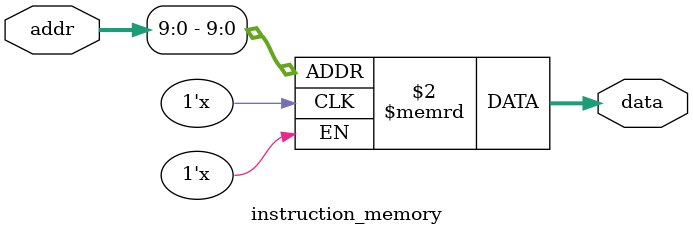
<source format=sv>
module instruction_memory(
  input logic [31:0] addr,
  output logic [31:0] data
);
  logic [31:0] memory [1023:0];

  initial begin
    // STR
    // memory[0] = 32'b11100101100100000000000000000000; // LDR R0, [R0], #0x00
    // memory[1] = 32'b11100101100100010001000000000001; // LDR R1, [R1], #0x01
    // memory[2] = 32'b11100101100100000010000000000010; // LDR R2, [R0], #0x02

    // ADD
    // memory[0] = 32'b11100000100000000000000000000010; // ADD R0, R0, #0x02
    // memory[1] = 32'b11100000100000000001000000000101; // ADD R1, R0, #0x05
    // memory[2] = 32'b11100000100000010010000000101010; // ADD R2, R1, #0x2A
  end

  always_comb begin
    data = memory[addr[9:0]];
  end
endmodule

//LDR R1, [R10], #0x02 -> 32'b1110 01 011001 1010 0001 000000000010;
//STR R0, [R2], #0x0A -> 32'b1110 01 011000 0010 0001 000000000010;

// ADD R0, R0, #0x02 -> 32'b1110 00 0 0100 0 0000 0000 000000000010;
</source>
